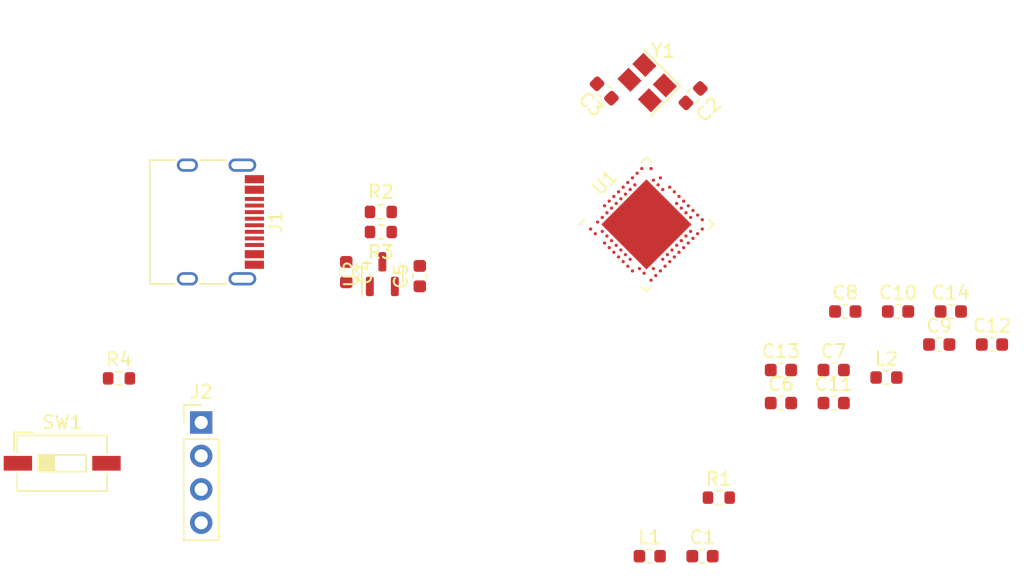
<source format=kicad_pcb>
(kicad_pcb (version 20211014) (generator pcbnew)
  (layers (0 "F.Cu" signal) (31 "B.Cu" signal) (34 "B.Paste" user) (35 "F.Paste" user) (36 "B.SilkS" user "B.Silkscreen") (37 "F.SilkS" user "F.Silkscreen") (38 "B.Mask" user) (39 "F.Mask" user) (44 "Edge.Cuts" user))
  (net 0 "")
  (net 58 "/XC_IN")
  (net 59 "Net-(C2-Pad2)")
  (net 60 "/XC_OUT")
  (net 61 "GND")
  (net 62 "/USB_CC")
  (net 63 "/USB_DP")
  (net 64 "/USB_DN")
  (net 65 "+5V")
  (net 66 "+3.3V")
  (net 67 "Net-(U1-PadC1)")
  (net 68 "Net-(U1-PadA18)")
  (net 69 "Net-(U1-PadD23)")
  (net 70 "Net-(U1-PadB5)")
  (net 71 "Net-(U1-PadN24)")
  (net 72 "Net-(U1-PadAC5)")
  (net 73 "/NRF_DCCH")
  (net 74 "/NRF_DN")
  (net 75 "/NRF_DP")
  (net 76 "/NRF_SWCLK")
  (net 77 "/NRF_RESET")
  (net 78 "/NRF_SWDIO")
  (net 79 "/NRF_ANT")
  (footprint "Capacitor_SMD:C_0603_1608Metric" (layer "F.Cu") (at 150.7408 79.8324)
    (fp_text reference "C13" (at 0 -1.43) (layer "F.SilkS"))
    (fp_text value "100nF")
    (fp_line (start -0.14058 -0.51) (end 0.14058 -0.51) (layer "F.SilkS") (width 0.12))
    (fp_line (start -0.14058 0.51) (end 0.14058 0.51) (layer "F.SilkS") (width 0.12))
    (pad "1" smd roundrect (at -0.775 0) (size 0.9 0.95) (layers "F.Cu" "F.Paste" "F.Mask") (net 61 "GND"))
    (pad "2" smd roundrect (at 0.775 0) (size 0.9 0.95) (layers "F.Cu" "F.Paste" "F.Mask") (net 70 "Net-(U1-PadB5)"))
  )
  (footprint "Capacitor_SMD:C_0603_1608Metric" (layer "F.Cu") (at 154.7508 82.3424)
    (fp_text reference "C11" (at 0 -1.43) (layer "F.SilkS"))
    (fp_text value "100nF")
    (fp_line (start -0.14058 -0.51) (end 0.14058 -0.51) (layer "F.SilkS") (width 0.12))
    (fp_line (start -0.14058 0.51) (end 0.14058 0.51) (layer "F.SilkS") (width 0.12))
    (pad "1" smd roundrect (at -0.775 0) (size 0.9 0.95) (layers "F.Cu" "F.Paste" "F.Mask") (net 61 "GND"))
    (pad "2" smd roundrect (at 0.775 0) (size 0.9 0.95) (layers "F.Cu" "F.Paste" "F.Mask") (net 70 "Net-(U1-PadB5)"))
  )
  (footprint "Capacitor_SMD:C_0603_1608Metric" (layer "F.Cu") (at 166.7808 77.8924)
    (fp_text reference "C12" (at 0 -1.43) (layer "F.SilkS"))
    (fp_text value "100nF")
    (fp_line (start -0.14058 0.51) (end 0.14058 0.51) (layer "F.SilkS") (width 0.12))
    (fp_line (start -0.14058 -0.51) (end 0.14058 -0.51) (layer "F.SilkS") (width 0.12))
    (pad "1" smd roundrect (at -0.775 0) (size 0.9 0.95) (layers "F.Cu" "F.Paste" "F.Mask") (net 61 "GND"))
    (pad "2" smd roundrect (at 0.775 0) (size 0.9 0.95) (layers "F.Cu" "F.Paste" "F.Mask") (net 71 "Net-(U1-PadN24)"))
  )
  (footprint "Capacitor_SMD:C_0603_1608Metric" (layer "F.Cu") (at 150.7408 82.3424)
    (fp_text reference "C6" (at 0 -1.43) (layer "F.SilkS"))
    (fp_text value "C")
    (fp_line (start -0.14058 0.51) (end 0.14058 0.51) (layer "F.SilkS") (width 0.12))
    (fp_line (start -0.14058 -0.51) (end 0.14058 -0.51) (layer "F.SilkS") (width 0.12))
    (pad "1" smd roundrect (at -0.775 0) (size 0.9 0.95) (layers "F.Cu" "F.Paste" "F.Mask") (net 66 "+3.3V"))
    (pad "2" smd roundrect (at 0.775 0) (size 0.9 0.95) (layers "F.Cu" "F.Paste" "F.Mask") (net 61 "GND"))
  )
  (footprint "Capacitor_SMD:C_0603_1608Metric" (layer "F.Cu") (at 163.6508 75.3824)
    (fp_text reference "C14" (at 0 -1.43) (layer "F.SilkS"))
    (fp_text value "100nF")
    (fp_line (start -0.14058 0.51) (end 0.14058 0.51) (layer "F.SilkS") (width 0.12))
    (fp_line (start -0.14058 -0.51) (end 0.14058 -0.51) (layer "F.SilkS") (width 0.12))
    (pad "1" smd roundrect (at -0.775 0) (size 0.9 0.95) (layers "F.Cu" "F.Paste" "F.Mask") (net 61 "GND"))
    (pad "2" smd roundrect (at 0.775 0) (size 0.9 0.95) (layers "F.Cu" "F.Paste" "F.Mask") (net 72 "Net-(U1-PadAC5)"))
  )
  (footprint "Capacitor_SMD:C_0603_1608Metric" (layer "F.Cu") (at 162.7708 77.8924)
    (fp_text reference "C9" (at 0 -1.43) (layer "F.SilkS"))
    (fp_text value "100nF")
    (fp_line (start -0.14058 -0.51) (end 0.14058 -0.51) (layer "F.SilkS") (width 0.12))
    (fp_line (start -0.14058 0.51) (end 0.14058 0.51) (layer "F.SilkS") (width 0.12))
    (pad "1" smd roundrect (at -0.775 0) (size 0.9 0.95) (layers "F.Cu" "F.Paste" "F.Mask") (net 61 "GND"))
    (pad "2" smd roundrect (at 0.775 0) (size 0.9 0.95) (layers "F.Cu" "F.Paste" "F.Mask") (net 68 "Net-(U1-PadA18)"))
  )
  (footprint "Package_DFN_QFN:Nordic_AQFN-73-1EP_7x7mm_P0.5mm" (layer "F.Cu") (at 140.5195 68.7645 45)
    (fp_text reference "U1" (at 0 -4.5 45) (layer "F.SilkS"))
    (fp_text value "nRF52840")
    (fp_line (start -3.61 3.61) (end -3.61 3.05) (layer "F.SilkS") (width 0.12))
    (fp_line (start 3.61 3.61) (end 3.61 3.05) (layer "F.SilkS") (width 0.12))
    (fp_line (start -3.61 3.61) (end -3.05 3.61) (layer "F.SilkS") (width 0.12))
    (fp_line (start 3.61 -3.61) (end 3.61 -3.05) (layer "F.SilkS") (width 0.12))
    (fp_line (start 3.61 -3.61) (end 3.05 -3.61) (layer "F.SilkS") (width 0.12))
    (fp_line (start -3.61 -3.61) (end -3.05 -3.61) (layer "F.SilkS") (width 0.12))
    (fp_line (start 3.61 3.61) (end 3.05 3.61) (layer "F.SilkS") (width 0.12))
    (pad "A8" smd circle (at -1.25 -3.25 225) (size 0.25 0.25) (layers "F.Cu" "F.Paste" "F.Mask"))
    (pad "A10" smd circle (at -0.75 -3.25 225) (size 0.25 0.25) (layers "F.Cu" "F.Paste" "F.Mask"))
    (pad "A12" smd circle (at -0.25 -3.25 225) (size 0.25 0.25) (layers "F.Cu" "F.Paste" "F.Mask"))
    (pad "A14" smd circle (at 0.25 -3.25 225) (size 0.25 0.25) (layers "F.Cu" "F.Paste" "F.Mask"))
    (pad "A16" smd circle (at 0.75 -3.25 225) (size 0.25 0.25) (layers "F.Cu" "F.Paste" "F.Mask"))
    (pad "A18" smd circle (at 1.25 -3.25 225) (size 0.25 0.25) (layers "F.Cu" "F.Paste" "F.Mask") (net 68 "Net-(U1-PadA18)"))
    (pad "A20" smd circle (at 1.75 -3.25 225) (size 0.25 0.25) (layers "F.Cu" "F.Paste" "F.Mask"))
    (pad "A22" smd circle (at 2.25 -3.25 225) (size 0.25 0.25) (layers "F.Cu" "F.Paste" "F.Mask") (net 66 "+3.3V"))
    (pad "A23" smd circle (at 2.75 -3.25 225) (size 0.25 0.25) (layers "F.Cu" "F.Paste" "F.Mask") (net 60 "/XC_OUT"))
    (pad "AA24" smd circle (at 3.25 2.25 225) (size 0.25 0.25) (layers "F.Cu" "F.Paste" "F.Mask") (net 76 "/NRF_SWCLK"))
    (pad "AB2" smd circle (at -2.75 2.5 225) (size 0.25 0.25) (layers "F.Cu" "F.Paste" "F.Mask") (net 73 "/NRF_DCCH"))
    (pad "AC5" smd circle (at -2 2.75 225) (size 0.25 0.25) (layers "F.Cu" "F.Paste" "F.Mask") (net 72 "Net-(U1-PadAC5)"))
    (pad "AC9" smd circle (at -1 2.75 225) (size 0.25 0.25) (layers "F.Cu" "F.Paste" "F.Mask"))
    (pad "AC11" smd circle (at -0.5 2.75 225) (size 0.25 0.25) (layers "F.Cu" "F.Paste" "F.Mask"))
    (pad "AC13" smd circle (at 0 2.75 225) (size 0.25 0.25) (layers "F.Cu" "F.Paste" "F.Mask") (net 77 "/NRF_RESET"))
    (pad "AC15" smd circle (at 0.5 2.75 225) (size 0.25 0.25) (layers "F.Cu" "F.Paste" "F.Mask"))
    (pad "AC17" smd circle (at 1 2.75 225) (size 0.25 0.25) (layers "F.Cu" "F.Paste" "F.Mask"))
    (pad "AC19" smd circle (at 1.5 2.75 225) (size 0.25 0.25) (layers "F.Cu" "F.Paste" "F.Mask"))
    (pad "AC21" smd circle (at 2 2.75 225) (size 0.25 0.25) (layers "F.Cu" "F.Paste" "F.Mask"))
    (pad "AC24" smd circle (at 3.25 2.75 225) (size 0.25 0.25) (layers "F.Cu" "F.Paste" "F.Mask") (net 78 "/NRF_SWDIO"))
    (pad "AD2" smd circle (at -2.75 3.25 225) (size 0.25 0.25) (layers "F.Cu" "F.Paste" "F.Mask") (net 65 "+5V"))
    (pad "AD4" smd circle (at -2.25 3.25 225) (size 0.25 0.25) (layers "F.Cu" "F.Paste" "F.Mask") (net 74 "/NRF_DN"))
    (pad "AD6" smd circle (at -1.75 3.25 225) (size 0.25 0.25) (layers "F.Cu" "F.Paste" "F.Mask") (net 75 "/NRF_DP"))
    (pad "AD8" smd circle (at -1.25 3.25 225) (size 0.25 0.25) (layers "F.Cu" "F.Paste" "F.Mask"))
    (pad "AD10" smd circle (at -0.75 3.25 225) (size 0.25 0.25) (layers "F.Cu" "F.Paste" "F.Mask"))
    (pad "AD12" smd circle (at -0.25 3.25 225) (size 0.25 0.25) (layers "F.Cu" "F.Paste" "F.Mask"))
    (pad "AD14" smd circle (at 0.25 3.25 225) (size 0.25 0.25) (layers "F.Cu" "F.Paste" "F.Mask") (net 66 "+3.3V"))
    (pad "AD16" smd circle (at 0.75 3.25 225) (size 0.25 0.25) (layers "F.Cu" "F.Paste" "F.Mask"))
    (pad "AD18" smd circle (at 1.25 3.25 225) (size 0.25 0.25) (layers "F.Cu" "F.Paste" "F.Mask"))
    (pad "AD20" smd circle (at 1.75 3.25 225) (size 0.25 0.25) (layers "F.Cu" "F.Paste" "F.Mask"))
    (pad "AD22" smd circle (at 2.25 3.25 225) (size 0.25 0.25) (layers "F.Cu" "F.Paste" "F.Mask"))
    (pad "AD23" smd circle (at 2.75 3.25 225) (size 0.25 0.25) (layers "F.Cu" "F.Paste" "F.Mask") (net 66 "+3.3V"))
    (pad "B1" smd circle (at -3.25 -2.75 225) (size 0.25 0.25) (layers "F.Cu" "F.Paste" "F.Mask") (net 66 "+3.3V"))
    (pad "B3" smd circle (at -2.5 -2.75 225) (size 0.25 0.25) (layers "F.Cu" "F.Paste" "F.Mask"))
    (pad "B5" smd circle (at -2 -2.75 225) (size 0.25 0.25) (layers "F.Cu" "F.Paste" "F.Mask") (net 70 "Net-(U1-PadB5)"))
    (pad "B7" smd circle (at -1.5 -2.75 225) (size 0.25 0.25) (layers "F.Cu" "F.Paste" "F.Mask") (net 61 "GND"))
    (pad "B9" smd circle (at -1 -2.75 225) (size 0.25 0.25) (layers "F.Cu" "F.Paste" "F.Mask"))
    (pad "B11" smd circle (at -0.5 -2.75 225) (size 0.25 0.25) (layers "F.Cu" "F.Paste" "F.Mask"))
    (pad "B13" smd circle (at 0 -2.75 225) (size 0.25 0.25) (layers "F.Cu" "F.Paste" "F.Mask"))
    (pad "B15" smd circle (at 0.5 -2.75 225) (size 0.25 0.25) (layers "F.Cu" "F.Paste" "F.Mask"))
    (pad "B17" smd circle (at 1 -2.75 225) (size 0.25 0.25) (layers "F.Cu" "F.Paste" "F.Mask"))
    (pad "B19" smd circle (at 1.5 -2.75 225) (size 0.25 0.25) (layers "F.Cu" "F.Paste" "F.Mask"))
    (pad "B24" smd circle (at 3.25 -2.75 225) (size 0.25 0.25) (layers "F.Cu" "F.Paste" "F.Mask") (net 58 "/XC_IN"))
    (pad "C1" smd circle (at -3.25 -2.25 225) (size 0.25 0.25) (layers "F.Cu" "F.Paste" "F.Mask") (net 67 "Net-(U1-PadC1)"))
    (pad "D2" smd circle (at -2.75 -2 225) (size 0.25 0.25) (layers "F.Cu" "F.Paste" "F.Mask"))
    (pad "D23" smd circle (at 2.75 -2 225) (size 0.25 0.25) (layers "F.Cu" "F.Paste" "F.Mask") (net 69 "Net-(U1-PadD23)"))
    (pad "E24" smd circle (at 3.25 -1.75 225) (size 0.25 0.25) (layers "F.Cu" "F.Paste" "F.Mask") (net 70 "Net-(U1-PadB5)"))
    (pad "EP" smd rect (at 0 0 225) (size 4.85 4.85) (layers "F.Cu" "F.Mask") (net 61 "GND"))
    (pad "F2" smd circle (at -2.75 -1.5 225) (size 0.25 0.25) (layers "F.Cu" "F.Paste" "F.Mask"))
    (pad "F23" smd circle (at 2.75 -1.5 225) (size 0.25 0.25) (layers "F.Cu" "F.Paste" "F.Mask") (net 61 "GND"))
    (pad "G1" smd circle (at -3.25 -1.25 225) (size 0.25 0.25) (layers "F.Cu" "F.Paste" "F.Mask"))
    (pad "H2" smd circle (at -2.75 -1 225) (size 0.25 0.25) (layers "F.Cu" "F.Paste" "F.Mask"))
    (pad "H23" smd circle (at 2.75 -1 225) (size 0.25 0.25) (layers "F.Cu" "F.Paste" "F.Mask") (net 79 "/NRF_ANT"))
    (pad "J1" smd circle (at -3.25 -0.75 225) (size 0.25 0.25) (layers "F.Cu" "F.Paste" "F.Mask"))
    (pad "J24" smd circle (at 3.25 -0.75 225) (size 0.25 0.25) (layers "F.Cu" "F.Paste" "F.Mask"))
    (pad "K2" smd circle (at -2.75 -0.5 225) (size 0.25 0.25) (layers "F.Cu" "F.Paste" "F.Mask"))
    (pad "L1" smd circle (at -3.25 -0.25 225) (size 0.25 0.25) (layers "F.Cu" "F.Paste" "F.Mask"))
    (pad "L24" smd circle (at 3.25 -0.25 225) (size 0.25 0.25) (layers "F.Cu" "F.Paste" "F.Mask"))
    (pad "M2" smd circle (at -2.75 0 225) (size 0.25 0.25) (layers "F.Cu" "F.Paste" "F.Mask"))
    (pad "N1" smd circle (at -3.25 0.25 225) (size 0.25 0.25) (layers "F.Cu" "F.Paste" "F.Mask"))
    (pad "N24" smd circle (at 3.25 0.25 225) (size 0.25 0.25) (layers "F.Cu" "F.Paste" "F.Mask") (net 71 "Net-(U1-PadN24)"))
    (pad "P2" smd circle (at -2.75 0.5 225) (size 0.25 0.25) (layers "F.Cu" "F.Paste" "F.Mask"))
    (pad "P23" smd circle (at 2.75 0.5 225) (size 0.25 0.25) (layers "F.Cu" "F.Paste" "F.Mask"))
    (pad "R1" smd circle (at -3.25 0.75 225) (size 0.25 0.25) (layers "F.Cu" "F.Paste" "F.Mask"))
    (pad "R24" smd circle (at 3.25 0.75 225) (size 0.25 0.25) (layers "F.Cu" "F.Paste" "F.Mask"))
    (pad "T2" smd circle (at -2.75 1 225) (size 0.25 0.25) (layers "F.Cu" "F.Paste" "F.Mask"))
    (pad "T23" smd circle (at 2.75 1 225) (size 0.25 0.25) (layers "F.Cu" "F.Paste" "F.Mask"))
    (pad "U1" smd circle (at -3.25 1.25 225) (size 0.25 0.25) (layers "F.Cu" "F.Paste" "F.Mask"))
    (pad "U24" smd circle (at 3.25 1.25 225) (size 0.25 0.25) (layers "F.Cu" "F.Paste" "F.Mask"))
    (pad "V23" smd circle (at 2.75 1.5 225) (size 0.25 0.25) (layers "F.Cu" "F.Paste" "F.Mask"))
    (pad "W1" smd circle (at -3.25 1.75 225) (size 0.25 0.25) (layers "F.Cu" "F.Paste" "F.Mask") (net 66 "+3.3V"))
    (pad "W24" smd circle (at 3.25 1.75 225) (size 0.25 0.25) (layers "F.Cu" "F.Paste" "F.Mask"))
    (pad "Y2" smd circle (at -2.75 2 225) (size 0.25 0.25) (layers "F.Cu" "F.Paste" "F.Mask") (net 65 "+5V"))
    (pad "Y23" smd circle (at 2.75 2 225) (size 0.25 0.25) (layers "F.Cu" "F.Paste" "F.Mask"))
  )
  (footprint "Resistor_SMD:R_0603_1608Metric" (layer "F.Cu") (at 120.333 69.342)
    (fp_text reference "R3" (at 0 1.524) (layer "F.SilkS"))
    (fp_text value "22R")
    (fp_line (start -0.237258 -0.5225) (end 0.237258 -0.5225) (layer "F.SilkS") (width 0.12))
    (fp_line (start -0.237258 0.5225) (end 0.237258 0.5225) (layer "F.SilkS") (width 0.12))
    (pad "1" smd roundrect (at -0.825 0) (size 0.8 0.95) (layers "F.Cu" "F.Paste" "F.Mask") (net 63 "/USB_DP"))
    (pad "2" smd roundrect (at 0.825 0) (size 0.8 0.95) (layers "F.Cu" "F.Paste" "F.Mask") (net 75 "/NRF_DP"))
  )
  (footprint "Capacitor_SMD:C_0603_1608Metric" (layer "F.Cu") (at 154.7508 79.8324)
    (fp_text reference "C7" (at 0 -1.43) (layer "F.SilkS"))
    (fp_text value "C")
    (fp_line (start -0.14058 0.51) (end 0.14058 0.51) (layer "F.SilkS") (width 0.12))
    (fp_line (start -0.14058 -0.51) (end 0.14058 -0.51) (layer "F.SilkS") (width 0.12))
    (pad "1" smd roundrect (at -0.775 0) (size 0.9 0.95) (layers "F.Cu" "F.Paste" "F.Mask") (net 65 "+5V"))
    (pad "2" smd roundrect (at 0.775 0) (size 0.9 0.95) (layers "F.Cu" "F.Paste" "F.Mask") (net 61 "GND"))
  )
  (footprint "Capacitor_SMD:C_0603_1608Metric" (layer "F.Cu") (at 144.0688 58.9788 45)
    (fp_text reference "C2" (at 0.071842 1.580525 45) (layer "F.SilkS"))
    (fp_text value "20pF")
    (fp_line (start -0.14058 0.51) (end 0.14058 0.51) (layer "F.SilkS") (width 0.12))
    (fp_line (start -0.14058 -0.51) (end 0.14058 -0.51) (layer "F.SilkS") (width 0.12))
    (pad "1" smd roundrect (at -0.775 0 45) (size 0.9 0.95) (layers "F.Cu" "F.Paste" "F.Mask") (net 58 "/XC_IN"))
    (pad "2" smd roundrect (at 0.775 0 45) (size 0.9 0.95) (layers "F.Cu" "F.Paste" "F.Mask") (net 59 "Net-(C2-Pad2)"))
  )
  (footprint "Resistor_SMD:R_0603_1608Metric" (layer "F.Cu") (at 146.02 89.53)
    (fp_text reference "R1" (at 0 -1.43) (layer "F.SilkS"))
    (fp_text value "R")
    (fp_line (start -0.237258 -0.5225) (end 0.237258 -0.5225) (layer "F.SilkS") (width 0.12))
    (fp_line (start -0.237258 0.5225) (end 0.237258 0.5225) (layer "F.SilkS") (width 0.12))
    (pad "1" smd roundrect (at -0.825 0) (size 0.8 0.95) (layers "F.Cu" "F.Paste" "F.Mask"))
    (pad "2" smd roundrect (at 0.825 0) (size 0.8 0.95) (layers "F.Cu" "F.Paste" "F.Mask"))
  )
  (footprint "Connector_PinHeader_2.54mm:PinHeader_1x04_P2.54mm_Vertical" (layer "F.Cu") (at 106.68 83.82)
    (fp_text reference "J2" (at 0 -2.33) (layer "F.SilkS"))
    (fp_text value "Conn_01x04_Male")
    (fp_line (start -1.33 0) (end -1.33 -1.33) (layer "F.SilkS") (width 0.12))
    (fp_line (start -1.33 8.95) (end 1.33 8.95) (layer "F.SilkS") (width 0.12))
    (fp_line (start -1.33 1.27) (end 1.33 1.27) (layer "F.SilkS") (width 0.12))
    (fp_line (start -1.33 1.27) (end -1.33 8.95) (layer "F.SilkS") (width 0.12))
    (fp_line (start -1.33 -1.33) (end 0 -1.33) (layer "F.SilkS") (width 0.12))
    (fp_line (start 1.33 1.27) (end 1.33 8.95) (layer "F.SilkS") (width 0.12))
    (pad "1" thru_hole rect (at 0 0) (size 1.7 1.7) (drill 1) (layers *.Cu *.Mask) (net 66 "+3.3V"))
    (pad "2" thru_hole oval (at 0 2.54) (size 1.7 1.7) (drill 1) (layers *.Cu *.Mask) (net 76 "/NRF_SWCLK"))
    (pad "3" thru_hole oval (at 0 5.08) (size 1.7 1.7) (drill 1) (layers *.Cu *.Mask) (net 78 "/NRF_SWDIO"))
    (pad "4" thru_hole oval (at 0 7.62) (size 1.7 1.7) (drill 1) (layers *.Cu *.Mask) (net 61 "GND"))
  )
  (footprint "Capacitor_SMD:C_0603_1608Metric" (layer "F.Cu") (at 155.6308 75.3824)
    (fp_text reference "C8" (at 0 -1.43) (layer "F.SilkS"))
    (fp_text value "100nF")
    (fp_line (start -0.14058 -0.51) (end 0.14058 -0.51) (layer "F.SilkS") (width 0.12))
    (fp_line (start -0.14058 0.51) (end 0.14058 0.51) (layer "F.SilkS") (width 0.12))
    (pad "1" smd roundrect (at -0.775 0) (size 0.9 0.95) (layers "F.Cu" "F.Paste" "F.Mask") (net 61 "GND"))
    (pad "2" smd roundrect (at 0.775 0) (size 0.9 0.95) (layers "F.Cu" "F.Paste" "F.Mask") (net 67 "Net-(U1-PadC1)"))
  )
  (footprint "Capacitor_SMD:C_0603_1608Metric" (layer "F.Cu") (at 123.2916 72.6948 90)
    (fp_text reference "C5" (at 0 -1.43 90) (layer "F.SilkS"))
    (fp_text value "100nF")
    (fp_line (start -0.14058 0.51) (end 0.14058 0.51) (layer "F.SilkS") (width 0.12))
    (fp_line (start -0.14058 -0.51) (end 0.14058 -0.51) (layer "F.SilkS") (width 0.12))
    (pad "1" smd roundrect (at -0.775 0 90) (size 0.9 0.95) (layers "F.Cu" "F.Paste" "F.Mask") (net 66 "+3.3V"))
    (pad "2" smd roundrect (at 0.775 0 90) (size 0.9 0.95) (layers "F.Cu" "F.Paste" "F.Mask") (net 61 "GND"))
  )
  (footprint "Crystal:Crystal_SMD_SeikoEpson_FA238-4Pin_3.2x2.5mm" (layer "F.Cu") (at 140.572532 57.985503 135)
    (fp_text reference "Y1" (at 0.848553 2.56013) (layer "F.SilkS"))
    (fp_text value "Crystal_GND24")
    (fp_line (start -2 -1.6) (end -2 1.6) (layer "F.SilkS") (width 0.12))
    (fp_line (start -2 1.6) (end 2 1.6) (layer "F.SilkS") (width 0.12))
    (pad "1" smd rect (at -1.1 0.8 135) (size 1.4 1.2) (layers "F.Cu" "F.Paste" "F.Mask") (net 58 "/XC_IN"))
    (pad "2" smd rect (at 1.1 0.8 135) (size 1.4 1.2) (layers "F.Cu" "F.Paste" "F.Mask") (net 61 "GND"))
    (pad "3" smd rect (at 1.1 -0.8 135) (size 1.4 1.2) (layers "F.Cu" "F.Paste" "F.Mask") (net 60 "/XC_OUT"))
    (pad "4" smd rect (at -1.1 -0.8 135) (size 1.4 1.2) (layers "F.Cu" "F.Paste" "F.Mask") (net 61 "GND"))
  )
  (footprint "Capacitor_SMD:C_0603_1608Metric" (layer "F.Cu") (at 159.6408 75.3824)
    (fp_text reference "C10" (at 0 -1.43) (layer "F.SilkS"))
    (fp_text value "100nF")
    (fp_line (start -0.14058 -0.51) (end 0.14058 -0.51) (layer "F.SilkS") (width 0.12))
    (fp_line (start -0.14058 0.51) (end 0.14058 0.51) (layer "F.SilkS") (width 0.12))
    (pad "1" smd roundrect (at -0.775 0) (size 0.9 0.95) (layers "F.Cu" "F.Paste" "F.Mask") (net 61 "GND"))
    (pad "2" smd roundrect (at 0.775 0) (size 0.9 0.95) (layers "F.Cu" "F.Paste" "F.Mask") (net 69 "Net-(U1-PadD23)"))
  )
  (footprint "Resistor_SMD:R_0603_1608Metric" (layer "F.Cu") (at 120.333 67.818)
    (fp_text reference "R2" (at 0 -1.524) (layer "F.SilkS"))
    (fp_text value "22R")
    (fp_line (start -0.237258 0.5225) (end 0.237258 0.5225) (layer "F.SilkS") (width 0.12))
    (fp_line (start -0.237258 -0.5225) (end 0.237258 -0.5225) (layer "F.SilkS") (width 0.12))
    (pad "1" smd roundrect (at -0.825 0) (size 0.8 0.95) (layers "F.Cu" "F.Paste" "F.Mask") (net 64 "/USB_DN"))
    (pad "2" smd roundrect (at 0.825 0) (size 0.8 0.95) (layers "F.Cu" "F.Paste" "F.Mask") (net 74 "/NRF_DN"))
  )
  (footprint "Resistor_SMD:R_0603_1608Metric" (layer "F.Cu") (at 100.4316 80.4672)
    (fp_text reference "R4" (at 0 -1.43) (layer "F.SilkS"))
    (fp_text value "R")
    (fp_line (start -0.237258 0.5225) (end 0.237258 0.5225) (layer "F.SilkS") (width 0.12))
    (fp_line (start -0.237258 -0.5225) (end 0.237258 -0.5225) (layer "F.SilkS") (width 0.12))
    (pad "1" smd roundrect (at -0.825 0) (size 0.8 0.95) (layers "F.Cu" "F.Paste" "F.Mask") (net 66 "+3.3V"))
    (pad "2" smd roundrect (at 0.825 0) (size 0.8 0.95) (layers "F.Cu" "F.Paste" "F.Mask") (net 77 "/NRF_RESET"))
  )
  (footprint "Connector_USB:USB_C_Receptacle_HRO_TYPE-C-31-M-12" (layer "F.Cu") (at 106.68 68.58 -90)
    (fp_text reference "J1" (at 0 -5.645 90) (layer "F.SilkS"))
    (fp_text value "USB_C_Receptacle_USB2.0")
    (fp_line (start 4.7 2) (end 4.7 3.9) (layer "F.SilkS") (width 0.12))
    (fp_line (start -4.7 2) (end -4.7 3.9) (layer "F.SilkS") (width 0.12))
    (fp_line (start -4.7 3.9) (end 4.7 3.9) (layer "F.SilkS") (width 0.12))
    (fp_line (start 4.7 -1.9) (end 4.7 0.1) (layer "F.SilkS") (width 0.12))
    (fp_line (start -4.7 -1.9) (end -4.7 0.1) (layer "F.SilkS") (width 0.12))
    (pad "" np_thru_hole circle (at 2.89 -2.6 270) (size 0.65 0.65) (drill 0.65) (layers *.Cu *.Mask))
    (pad "" np_thru_hole circle (at -2.89 -2.6 270) (size 0.65 0.65) (drill 0.65) (layers *.Cu *.Mask))
    (pad "A1" smd rect (at -3.25 -4.045 270) (size 0.6 1.45) (layers "F.Cu" "F.Paste" "F.Mask") (net 61 "GND"))
    (pad "A4" smd rect (at -2.45 -4.045 270) (size 0.6 1.45) (layers "F.Cu" "F.Paste" "F.Mask") (net 65 "+5V"))
    (pad "A5" smd rect (at -1.25 -4.045 270) (size 0.3 1.45) (layers "F.Cu" "F.Paste" "F.Mask") (net 62 "/USB_CC"))
    (pad "A6" smd rect (at -0.25 -4.045 270) (size 0.3 1.45) (layers "F.Cu" "F.Paste" "F.Mask") (net 63 "/USB_DP"))
    (pad "A7" smd rect (at 0.25 -4.045 270) (size 0.3 1.45) (layers "F.Cu" "F.Paste" "F.Mask") (net 64 "/USB_DN"))
    (pad "A8" smd rect (at 1.25 -4.045 270) (size 0.3 1.45) (layers "F.Cu" "F.Paste" "F.Mask"))
    (pad "A9" smd rect (at 2.45 -4.045 270) (size 0.6 1.45) (layers "F.Cu" "F.Paste" "F.Mask") (net 65 "+5V"))
    (pad "A12" smd rect (at 3.25 -4.045 270) (size 0.6 1.45) (layers "F.Cu" "F.Paste" "F.Mask") (net 61 "GND"))
    (pad "B1" smd rect (at 3.25 -4.045 270) (size 0.6 1.45) (layers "F.Cu" "F.Paste" "F.Mask") (net 61 "GND"))
    (pad "B4" smd rect (at 2.45 -4.045 270) (size 0.6 1.45) (layers "F.Cu" "F.Paste" "F.Mask") (net 65 "+5V"))
    (pad "B5" smd rect (at 1.75 -4.045 270) (size 0.3 1.45) (layers "F.Cu" "F.Paste" "F.Mask") (net 62 "/USB_CC"))
    (pad "B6" smd rect (at 0.75 -4.045 270) (size 0.3 1.45) (layers "F.Cu" "F.Paste" "F.Mask") (net 63 "/USB_DP"))
    (pad "B7" smd rect (at -0.75 -4.045 270) (size 0.3 1.45) (layers "F.Cu" "F.Paste" "F.Mask") (net 64 "/USB_DN"))
    (pad "B8" smd rect (at -1.75 -4.045 270) (size 0.3 1.45) (layers "F.Cu" "F.Paste" "F.Mask"))
    (pad "B9" smd rect (at -2.45 -4.045 270) (size 0.6 1.45) (layers "F.Cu" "F.Paste" "F.Mask") (net 65 "+5V"))
    (pad "B12" smd rect (at -3.25 -4.045 270) (size 0.6 1.45) (layers "F.Cu" "F.Paste" "F.Mask") (net 61 "GND"))
    (pad "S1" thru_hole oval (at -4.32 1.05 270) (size 1 1.6) (drill oval 0.6 1.2) (layers *.Cu *.Mask))
    (pad "S1" thru_hole oval (at 4.32 -3.13 270) (size 1 2.1) (drill oval 0.6 1.7) (layers *.Cu *.Mask))
    (pad "S1" thru_hole oval (at -4.32 -3.13 270) (size 1 2.1) (drill oval 0.6 1.7) (layers *.Cu *.Mask))
    (pad "S1" thru_hole oval (at 4.32 1.05 270) (size 1 1.6) (drill oval 0.6 1.2) (layers *.Cu *.Mask))
  )
  (footprint "Capacitor_SMD:C_0603_1608Metric" (layer "F.Cu") (at 137.3124 58.6232 135)
    (fp_text reference "C3" (at 0 -1.43 135) (layer "F.SilkS"))
    (fp_text value "20pF")
    (fp_line (start -0.14058 -0.51) (end 0.14058 -0.51) (layer "F.SilkS") (width 0.12))
    (fp_line (start -0.14058 0.51) (end 0.14058 0.51) (layer "F.SilkS") (width 0.12))
    (pad "1" smd roundrect (at -0.775 0 135) (size 0.9 0.95) (layers "F.Cu" "F.Paste" "F.Mask") (net 60 "/XC_OUT"))
    (pad "2" smd roundrect (at 0.775 0 135) (size 0.9 0.95) (layers "F.Cu" "F.Paste" "F.Mask") (net 59 "Net-(C2-Pad2)"))
  )
  (footprint "Capacitor_SMD:C_0603_1608Metric" (layer "F.Cu") (at 117.7036 72.39 -90)
    (fp_text reference "C4" (at 0 -1.43 90) (layer "F.SilkS"))
    (fp_text value "100nF")
    (fp_line (start -0.14058 -0.51) (end 0.14058 -0.51) (layer "F.SilkS") (width 0.12))
    (fp_line (start -0.14058 0.51) (end 0.14058 0.51) (layer "F.SilkS") (width 0.12))
    (pad "1" smd roundrect (at -0.775 0 270) (size 0.9 0.95) (layers "F.Cu" "F.Paste" "F.Mask") (net 65 "+5V"))
    (pad "2" smd roundrect (at 0.775 0 270) (size 0.9 0.95) (layers "F.Cu" "F.Paste" "F.Mask") (net 61 "GND"))
  )
  (footprint "Package_TO_SOT_SMD:SOT-23" (layer "F.Cu") (at 120.4468 72.5424 90)
    (fp_text reference "U2" (at 0 -2.4 90) (layer "F.SilkS"))
    (fp_text value "XC6206PxxxMR")
    (fp_line (start 0 -1.56) (end -1.675 -1.56) (layer "F.SilkS") (width 0.12))
    (fp_line (start 0 -1.56) (end 0.65 -1.56) (layer "F.SilkS") (width 0.12))
    (fp_line (start 0 1.56) (end -0.65 1.56) (layer "F.SilkS") (width 0.12))
    (fp_line (start 0 1.56) (end 0.65 1.56) (layer "F.SilkS") (width 0.12))
    (pad "1" smd roundrect (at -0.9375 -0.95 90) (size 1.475 0.6) (layers "F.Cu" "F.Paste" "F.Mask") (net 61 "GND"))
    (pad "2" smd roundrect (at -0.9375 0.95 90) (size 1.475 0.6) (layers "F.Cu" "F.Paste" "F.Mask") (net 66 "+3.3V"))
    (pad "3" smd roundrect (at 0.9375 0 90) (size 1.475 0.6) (layers "F.Cu" "F.Paste" "F.Mask") (net 65 "+5V"))
  )
  (footprint "Inductor_SMD:L_0603_1608Metric" (layer "F.Cu") (at 158.7608 80.4024)
    (fp_text reference "L2" (at 0 -1.43) (layer "F.SilkS"))
    (fp_text value "L")
    (fp_line (start -0.162779 -0.51) (end 0.162779 -0.51) (layer "F.SilkS") (width 0.12))
    (fp_line (start -0.162779 0.51) (end 0.162779 0.51) (layer "F.SilkS") (width 0.12))
    (pad "1" smd roundrect (at -0.7875 0) (size 0.875 0.95) (layers "F.Cu" "F.Paste" "F.Mask") (net 66 "+3.3V"))
    (pad "2" smd roundrect (at 0.7875 0) (size 0.875 0.95) (layers "F.Cu" "F.Paste" "F.Mask") (net 73 "/NRF_DCCH"))
  )
  (footprint "Inductor_SMD:L_0603_1608Metric" (layer "F.Cu") (at 140.77 93.98)
    (fp_text reference "L1" (at 0 -1.43) (layer "F.SilkS"))
    (fp_text value "L")
    (fp_line (start -0.162779 -0.51) (end 0.162779 -0.51) (layer "F.SilkS") (width 0.12))
    (fp_line (start -0.162779 0.51) (end 0.162779 0.51) (layer "F.SilkS") (width 0.12))
    (pad "1" smd roundrect (at -0.7875 0) (size 0.875 0.95) (layers "F.Cu" "F.Paste" "F.Mask"))
    (pad "2" smd roundrect (at 0.7875 0) (size 0.875 0.95) (layers "F.Cu" "F.Paste" "F.Mask"))
  )
  (footprint "Button_Switch_SMD:SW_DIP_SPSTx01_Slide_6.7x4.1mm_W6.73mm_P2.54mm_LowProfile_JPin" (layer "F.Cu") (at 96.1136 86.9188)
    (fp_text reference "SW1" (at 0 -3.11) (layer "F.SilkS"))
    (fp_text value "SW_Push")
    (fp_line (start 1.81 0.635) (end 1.81 -0.635) (layer "F.SilkS") (width 0.12))
    (fp_line (start -3.41 -2.11) (end 3.41 -2.11) (layer "F.SilkS") (width 0.12))
    (fp_line (start -1.81 0.085) (end -0.603333 0.085) (layer "F.SilkS") (width 0.12))
    (fp_line (start -1.81 -0.515) (end -0.603333 -0.515) (layer "F.SilkS") (width 0.12))
    (fp_line (start -3.41 2.11) (end 3.41 2.11) (layer "F.SilkS") (width 0.12))
    (fp_line (start -3.65 -2.35) (end -3.65 -0.967) (layer "F.SilkS") (width 0.12))
    (fp_line (start -3.41 -2.11) (end -3.41 -0.8) (layer "F.SilkS") (width 0.12))
    (fp_line (start -1.81 0.635) (end 1.81 0.635) (layer "F.SilkS") (width 0.12))
    (fp_line (start 3.41 -2.11) (end 3.41 -0.8) (layer "F.SilkS") (width 0.12))
    (fp_line (start -1.81 -0.035) (end -0.603333 -0.035) (layer "F.SilkS") (width 0.12))
    (fp_line (start -3.41 0.8) (end -3.41 2.11) (layer "F.SilkS") (width 0.12))
    (fp_line (start -1.81 -0.635) (end -1.81 0.635) (layer "F.SilkS") (width 0.12))
    (fp_line (start -1.81 0.445) (end -0.603333 0.445) (layer "F.SilkS") (width 0.12))
    (fp_line (start -1.81 -0.395) (end -0.603333 -0.395) (layer "F.SilkS") (width 0.12))
    (fp_line (start -1.81 -0.275) (end -0.603333 -0.275) (layer "F.SilkS") (width 0.12))
    (fp_line (start 1.81 -0.635) (end -1.81 -0.635) (layer "F.SilkS") (width 0.12))
    (fp_line (start -1.81 0.325) (end -0.603333 0.325) (layer "F.SilkS") (width 0.12))
    (fp_line (start -1.81 0.205) (end -0.603333 0.205) (layer "F.SilkS") (width 0.12))
    (fp_line (start -1.81 0.565) (end -0.603333 0.565) (layer "F.SilkS") (width 0.12))
    (fp_line (start -0.603333 -0.635) (end -0.603333 0.635) (layer "F.SilkS") (width 0.12))
    (fp_line (start -3.65 -2.35) (end -2.267 -2.35) (layer "F.SilkS") (width 0.12))
    (fp_line (start -1.81 -0.155) (end -0.603333 -0.155) (layer "F.SilkS") (width 0.12))
    (fp_line (start 3.41 0.8) (end 3.41 2.11) (layer "F.SilkS") (width 0.12))
    (pad "1" smd rect (at -3.365 0) (size 2.16 1.12) (layers "F.Cu" "F.Paste" "F.Mask") (net 61 "GND"))
    (pad "2" smd rect (at 3.365 0) (size 2.16 1.12) (layers "F.Cu" "F.Paste" "F.Mask") (net 77 "/NRF_RESET"))
  )
  (footprint "Capacitor_SMD:C_0603_1608Metric" (layer "F.Cu") (at 144.78 93.98)
    (fp_text reference "C1" (at 0 -1.43) (layer "F.SilkS"))
    (fp_text value "C")
    (fp_line (start -0.14058 0.51) (end 0.14058 0.51) (layer "F.SilkS") (width 0.12))
    (fp_line (start -0.14058 -0.51) (end 0.14058 -0.51) (layer "F.SilkS") (width 0.12))
    (pad "1" smd roundrect (at -0.775 0) (size 0.9 0.95) (layers "F.Cu" "F.Paste" "F.Mask"))
    (pad "2" smd roundrect (at 0.775 0) (size 0.9 0.95) (layers "F.Cu" "F.Paste" "F.Mask"))
  )
)
</source>
